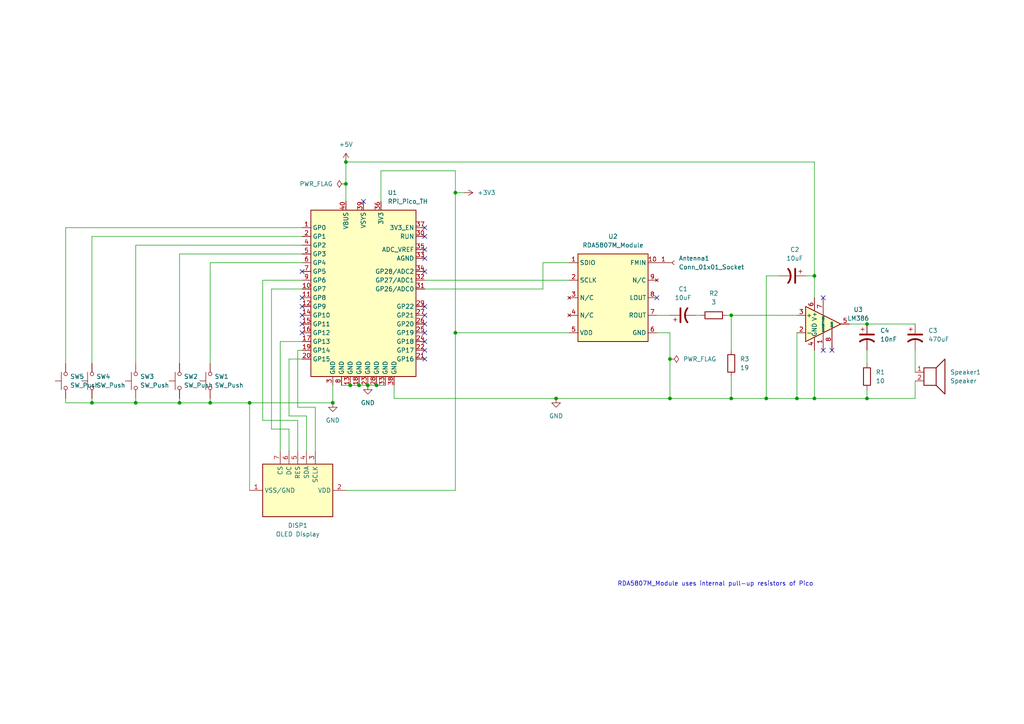
<source format=kicad_sch>
(kicad_sch (version 20230121) (generator eeschema)

  (uuid 79f08fca-67ee-4ccb-8ebb-a45e8b33c769)

  (paper "A4")

  (title_block
    (title "ECE 299 - Radio Clock")
    (date "2023-06-23")
    (rev "0")
  )

  (lib_symbols
    (symbol "Amplifier_Audio:LM386" (pin_names (offset 0.127)) (in_bom yes) (on_board yes)
      (property "Reference" "U" (at 1.27 7.62 0)
        (effects (font (size 1.27 1.27)) (justify left))
      )
      (property "Value" "LM386" (at 1.27 5.08 0)
        (effects (font (size 1.27 1.27)) (justify left))
      )
      (property "Footprint" "" (at 2.54 2.54 0)
        (effects (font (size 1.27 1.27)) hide)
      )
      (property "Datasheet" "http://www.ti.com/lit/ds/symlink/lm386.pdf" (at 5.08 5.08 0)
        (effects (font (size 1.27 1.27)) hide)
      )
      (property "ki_keywords" "single Power opamp" (at 0 0 0)
        (effects (font (size 1.27 1.27)) hide)
      )
      (property "ki_description" "Low Voltage Audio Power Amplifier, DIP-8/SOIC-8/SSOP-8" (at 0 0 0)
        (effects (font (size 1.27 1.27)) hide)
      )
      (property "ki_fp_filters" "SOIC*3.9x4.9mm*P1.27mm* DIP*W7.62mm* MSSOP*P0.65mm* TSSOP*3x3mm*P0.5mm*" (at 0 0 0)
        (effects (font (size 1.27 1.27)) hide)
      )
      (symbol "LM386_0_1"
        (polyline
          (pts
            (xy 5.08 0)
            (xy -5.08 5.08)
            (xy -5.08 -5.08)
            (xy 5.08 0)
          )
          (stroke (width 0.254) (type default))
          (fill (type background))
        )
      )
      (symbol "LM386_1_1"
        (pin input line (at 0 -7.62 90) (length 5.08)
          (name "GAIN" (effects (font (size 0.508 0.508))))
          (number "1" (effects (font (size 1.27 1.27))))
        )
        (pin input line (at -7.62 -2.54 0) (length 2.54)
          (name "-" (effects (font (size 1.27 1.27))))
          (number "2" (effects (font (size 1.27 1.27))))
        )
        (pin input line (at -7.62 2.54 0) (length 2.54)
          (name "+" (effects (font (size 1.27 1.27))))
          (number "3" (effects (font (size 1.27 1.27))))
        )
        (pin power_in line (at -2.54 -7.62 90) (length 3.81)
          (name "GND" (effects (font (size 1.27 1.27))))
          (number "4" (effects (font (size 1.27 1.27))))
        )
        (pin output line (at 7.62 0 180) (length 2.54)
          (name "~" (effects (font (size 1.27 1.27))))
          (number "5" (effects (font (size 1.27 1.27))))
        )
        (pin power_in line (at -2.54 7.62 270) (length 3.81)
          (name "V+" (effects (font (size 1.27 1.27))))
          (number "6" (effects (font (size 1.27 1.27))))
        )
        (pin input line (at 0 7.62 270) (length 5.08)
          (name "BYPASS" (effects (font (size 0.508 0.508))))
          (number "7" (effects (font (size 1.27 1.27))))
        )
        (pin input line (at 2.54 -7.62 90) (length 6.35)
          (name "GAIN" (effects (font (size 0.508 0.508))))
          (number "8" (effects (font (size 1.27 1.27))))
        )
      )
    )
    (symbol "Connector:Conn_01x01_Socket" (pin_names (offset 1.016) hide) (in_bom yes) (on_board yes)
      (property "Reference" "J" (at 0 2.54 0)
        (effects (font (size 1.27 1.27)))
      )
      (property "Value" "Conn_01x01_Socket" (at 0 -2.54 0)
        (effects (font (size 1.27 1.27)))
      )
      (property "Footprint" "" (at 0 0 0)
        (effects (font (size 1.27 1.27)) hide)
      )
      (property "Datasheet" "~" (at 0 0 0)
        (effects (font (size 1.27 1.27)) hide)
      )
      (property "ki_locked" "" (at 0 0 0)
        (effects (font (size 1.27 1.27)))
      )
      (property "ki_keywords" "connector" (at 0 0 0)
        (effects (font (size 1.27 1.27)) hide)
      )
      (property "ki_description" "Generic connector, single row, 01x01, script generated" (at 0 0 0)
        (effects (font (size 1.27 1.27)) hide)
      )
      (property "ki_fp_filters" "Connector*:*_1x??_*" (at 0 0 0)
        (effects (font (size 1.27 1.27)) hide)
      )
      (symbol "Conn_01x01_Socket_1_1"
        (polyline
          (pts
            (xy -1.27 0)
            (xy -0.508 0)
          )
          (stroke (width 0.1524) (type default))
          (fill (type none))
        )
        (arc (start 0 0.508) (mid -0.5058 0) (end 0 -0.508)
          (stroke (width 0.1524) (type default))
          (fill (type none))
        )
        (pin passive line (at -5.08 0 0) (length 3.81)
          (name "Pin_1" (effects (font (size 1.27 1.27))))
          (number "1" (effects (font (size 1.27 1.27))))
        )
      )
    )
    (symbol "Device:C_Polarized_US" (pin_numbers hide) (pin_names (offset 0.254) hide) (in_bom yes) (on_board yes)
      (property "Reference" "C" (at 0.635 2.54 0)
        (effects (font (size 1.27 1.27)) (justify left))
      )
      (property "Value" "C_Polarized_US" (at 0.635 -2.54 0)
        (effects (font (size 1.27 1.27)) (justify left))
      )
      (property "Footprint" "" (at 0 0 0)
        (effects (font (size 1.27 1.27)) hide)
      )
      (property "Datasheet" "~" (at 0 0 0)
        (effects (font (size 1.27 1.27)) hide)
      )
      (property "ki_keywords" "cap capacitor" (at 0 0 0)
        (effects (font (size 1.27 1.27)) hide)
      )
      (property "ki_description" "Polarized capacitor, US symbol" (at 0 0 0)
        (effects (font (size 1.27 1.27)) hide)
      )
      (property "ki_fp_filters" "CP_*" (at 0 0 0)
        (effects (font (size 1.27 1.27)) hide)
      )
      (symbol "C_Polarized_US_0_1"
        (polyline
          (pts
            (xy -2.032 0.762)
            (xy 2.032 0.762)
          )
          (stroke (width 0.508) (type default))
          (fill (type none))
        )
        (polyline
          (pts
            (xy -1.778 2.286)
            (xy -0.762 2.286)
          )
          (stroke (width 0) (type default))
          (fill (type none))
        )
        (polyline
          (pts
            (xy -1.27 1.778)
            (xy -1.27 2.794)
          )
          (stroke (width 0) (type default))
          (fill (type none))
        )
        (arc (start 2.032 -1.27) (mid 0 -0.5572) (end -2.032 -1.27)
          (stroke (width 0.508) (type default))
          (fill (type none))
        )
      )
      (symbol "C_Polarized_US_1_1"
        (pin passive line (at 0 3.81 270) (length 2.794)
          (name "~" (effects (font (size 1.27 1.27))))
          (number "1" (effects (font (size 1.27 1.27))))
        )
        (pin passive line (at 0 -3.81 90) (length 3.302)
          (name "~" (effects (font (size 1.27 1.27))))
          (number "2" (effects (font (size 1.27 1.27))))
        )
      )
    )
    (symbol "Device:R" (pin_numbers hide) (pin_names (offset 0)) (in_bom yes) (on_board yes)
      (property "Reference" "R" (at 2.032 0 90)
        (effects (font (size 1.27 1.27)))
      )
      (property "Value" "R" (at 0 0 90)
        (effects (font (size 1.27 1.27)))
      )
      (property "Footprint" "" (at -1.778 0 90)
        (effects (font (size 1.27 1.27)) hide)
      )
      (property "Datasheet" "~" (at 0 0 0)
        (effects (font (size 1.27 1.27)) hide)
      )
      (property "ki_keywords" "R res resistor" (at 0 0 0)
        (effects (font (size 1.27 1.27)) hide)
      )
      (property "ki_description" "Resistor" (at 0 0 0)
        (effects (font (size 1.27 1.27)) hide)
      )
      (property "ki_fp_filters" "R_*" (at 0 0 0)
        (effects (font (size 1.27 1.27)) hide)
      )
      (symbol "R_0_1"
        (rectangle (start -1.016 -2.54) (end 1.016 2.54)
          (stroke (width 0.254) (type default))
          (fill (type none))
        )
      )
      (symbol "R_1_1"
        (pin passive line (at 0 3.81 270) (length 1.27)
          (name "~" (effects (font (size 1.27 1.27))))
          (number "1" (effects (font (size 1.27 1.27))))
        )
        (pin passive line (at 0 -3.81 90) (length 1.27)
          (name "~" (effects (font (size 1.27 1.27))))
          (number "2" (effects (font (size 1.27 1.27))))
        )
      )
    )
    (symbol "Device:Speaker" (pin_names (offset 0) hide) (in_bom yes) (on_board yes)
      (property "Reference" "LS" (at 1.27 5.715 0)
        (effects (font (size 1.27 1.27)) (justify right))
      )
      (property "Value" "Speaker" (at 1.27 3.81 0)
        (effects (font (size 1.27 1.27)) (justify right))
      )
      (property "Footprint" "" (at 0 -5.08 0)
        (effects (font (size 1.27 1.27)) hide)
      )
      (property "Datasheet" "~" (at -0.254 -1.27 0)
        (effects (font (size 1.27 1.27)) hide)
      )
      (property "ki_keywords" "speaker sound" (at 0 0 0)
        (effects (font (size 1.27 1.27)) hide)
      )
      (property "ki_description" "Speaker" (at 0 0 0)
        (effects (font (size 1.27 1.27)) hide)
      )
      (symbol "Speaker_0_0"
        (rectangle (start -2.54 1.27) (end 1.016 -3.81)
          (stroke (width 0.254) (type default))
          (fill (type none))
        )
        (polyline
          (pts
            (xy 1.016 1.27)
            (xy 3.556 3.81)
            (xy 3.556 -6.35)
            (xy 1.016 -3.81)
          )
          (stroke (width 0.254) (type default))
          (fill (type none))
        )
      )
      (symbol "Speaker_1_1"
        (pin input line (at -5.08 0 0) (length 2.54)
          (name "1" (effects (font (size 1.27 1.27))))
          (number "1" (effects (font (size 1.27 1.27))))
        )
        (pin input line (at -5.08 -2.54 0) (length 2.54)
          (name "2" (effects (font (size 1.27 1.27))))
          (number "2" (effects (font (size 1.27 1.27))))
        )
      )
    )
    (symbol "ECE:OLED Display" (in_bom yes) (on_board yes)
      (property "Reference" "DISP?" (at 8.89 -1.27 0)
        (effects (font (size 1.27 1.27)) (justify left))
      )
      (property "Value" "OLED Display" (at 8.89 1.27 0)
        (effects (font (size 1.27 1.27)) (justify left))
      )
      (property "Footprint" "" (at 0 0 0)
        (effects (font (size 1.27 1.27)) hide)
      )
      (property "Datasheet" "" (at 0 0 0)
        (effects (font (size 1.27 1.27)) hide)
      )
      (symbol "OLED Display_1_1"
        (rectangle (start -7.62 10.16) (end 7.62 -10.16)
          (stroke (width 0.254) (type default))
          (fill (type background))
        )
        (pin power_in line (at 0 -13.97 90) (length 3.81)
          (name "VSS/GND" (effects (font (size 1.27 1.27))))
          (number "1" (effects (font (size 1.27 1.27))))
        )
        (pin power_in line (at 0 13.97 270) (length 3.81)
          (name "VDD" (effects (font (size 1.27 1.27))))
          (number "2" (effects (font (size 1.27 1.27))))
        )
        (pin input line (at -11.43 5.08 0) (length 3.81)
          (name "SCLK" (effects (font (size 1.27 1.27))))
          (number "3" (effects (font (size 1.27 1.27))))
        )
        (pin output line (at -11.43 2.54 0) (length 3.81)
          (name "SDA" (effects (font (size 1.27 1.27))))
          (number "4" (effects (font (size 1.27 1.27))))
        )
        (pin input line (at -11.43 0 0) (length 3.81)
          (name "RES" (effects (font (size 1.27 1.27))))
          (number "5" (effects (font (size 1.27 1.27))))
        )
        (pin input line (at -11.43 -2.54 0) (length 3.81)
          (name "DC" (effects (font (size 1.27 1.27))))
          (number "6" (effects (font (size 1.27 1.27))))
        )
        (pin input line (at -11.43 -5.08 0) (length 3.81)
          (name "CS" (effects (font (size 1.27 1.27))))
          (number "7" (effects (font (size 1.27 1.27))))
        )
      )
    )
    (symbol "ECE:RDA5807M_Module" (in_bom yes) (on_board yes)
      (property "Reference" "U" (at -8.89 16.51 0)
        (effects (font (size 1.27 1.27)) (justify left))
      )
      (property "Value" "RDA5807M_Module" (at -8.89 13.97 0)
        (effects (font (size 1.27 1.27)) (justify left))
      )
      (property "Footprint" "ECE:RDA5807M_Module_TH" (at 0 1.27 0)
        (effects (font (size 1.27 1.27)) hide)
      )
      (property "Datasheet" "" (at 0 1.27 0)
        (effects (font (size 1.27 1.27)) hide)
      )
      (property "ki_fp_filters" "RDA5807M_Module_SM RDA5807M_Module_TH" (at 0 0 0)
        (effects (font (size 1.27 1.27)) hide)
      )
      (symbol "RDA5807M_Module_0_1"
        (rectangle (start -10.16 12.7) (end 10.16 -12.7)
          (stroke (width 0.254) (type default))
          (fill (type background))
        )
      )
      (symbol "RDA5807M_Module_1_1"
        (pin bidirectional line (at -12.7 10.16 0) (length 2.54)
          (name "SDIO" (effects (font (size 1.27 1.27))))
          (number "1" (effects (font (size 1.27 1.27))))
        )
        (pin input line (at 12.7 10.16 180) (length 2.54)
          (name "FMIN" (effects (font (size 1.27 1.27))))
          (number "10" (effects (font (size 1.27 1.27))))
        )
        (pin input line (at -12.7 5.08 0) (length 2.54)
          (name "SCLK" (effects (font (size 1.27 1.27))))
          (number "2" (effects (font (size 1.27 1.27))))
        )
        (pin no_connect line (at -12.7 0 0) (length 2.54)
          (name "N/C" (effects (font (size 1.27 1.27))))
          (number "3" (effects (font (size 1.27 1.27))))
        )
        (pin no_connect line (at -12.7 -5.08 0) (length 2.54)
          (name "N/C" (effects (font (size 1.27 1.27))))
          (number "4" (effects (font (size 1.27 1.27))))
        )
        (pin power_in line (at -12.7 -10.16 0) (length 2.54)
          (name "VDD" (effects (font (size 1.27 1.27))))
          (number "5" (effects (font (size 1.27 1.27))))
        )
        (pin power_in line (at 12.7 -10.16 180) (length 2.54)
          (name "GND" (effects (font (size 1.27 1.27))))
          (number "6" (effects (font (size 1.27 1.27))))
        )
        (pin output line (at 12.7 -5.08 180) (length 2.54)
          (name "ROUT" (effects (font (size 1.27 1.27))))
          (number "7" (effects (font (size 1.27 1.27))))
        )
        (pin output line (at 12.7 0 180) (length 2.54)
          (name "LOUT" (effects (font (size 1.27 1.27))))
          (number "8" (effects (font (size 1.27 1.27))))
        )
        (pin no_connect line (at 12.7 5.08 180) (length 2.54)
          (name "N/C" (effects (font (size 1.27 1.27))))
          (number "9" (effects (font (size 1.27 1.27))))
        )
      )
    )
    (symbol "ECE:RPi_Pico_TH" (in_bom yes) (on_board yes)
      (property "Reference" "U?" (at 0 1.27 0)
        (effects (font (size 1.27 1.27)))
      )
      (property "Value" "RPi_Pico_TH" (at 0 -1.27 0)
        (effects (font (size 1.27 1.27)))
      )
      (property "Footprint" "ECE:RPi_Pico_TH" (at 0 -3.81 0)
        (effects (font (size 1.27 1.27)) hide)
      )
      (property "Datasheet" "" (at 0 -2.54 0)
        (effects (font (size 1.27 1.27)) hide)
      )
      (property "ki_keywords" "Raspberry Pi Pico" (at 0 0 0)
        (effects (font (size 1.27 1.27)) hide)
      )
      (property "ki_description" "Raspberry Pi Pico" (at 0 0 0)
        (effects (font (size 1.27 1.27)) hide)
      )
      (symbol "RPi_Pico_TH_0_1"
        (rectangle (start -15.24 24.13) (end 15.24 -24.13)
          (stroke (width 0.254) (type default))
          (fill (type background))
        )
      )
      (symbol "RPi_Pico_TH_1_1"
        (pin bidirectional line (at -17.78 19.05 0) (length 2.54)
          (name "GP0" (effects (font (size 1.27 1.27))))
          (number "1" (effects (font (size 1.27 1.27))))
        )
        (pin bidirectional line (at -17.78 1.27 0) (length 2.54)
          (name "GP7" (effects (font (size 1.27 1.27))))
          (number "10" (effects (font (size 1.27 1.27))))
        )
        (pin bidirectional line (at -17.78 -1.27 0) (length 2.54)
          (name "GP8" (effects (font (size 1.27 1.27))))
          (number "11" (effects (font (size 1.27 1.27))))
        )
        (pin bidirectional line (at -17.78 -3.81 0) (length 2.54)
          (name "GP9" (effects (font (size 1.27 1.27))))
          (number "12" (effects (font (size 1.27 1.27))))
        )
        (pin power_in line (at -3.81 -26.67 90) (length 2.54)
          (name "GND" (effects (font (size 1.27 1.27))))
          (number "13" (effects (font (size 1.27 1.27))))
        )
        (pin bidirectional line (at -17.78 -6.35 0) (length 2.54)
          (name "GP10" (effects (font (size 1.27 1.27))))
          (number "14" (effects (font (size 1.27 1.27))))
        )
        (pin bidirectional line (at -17.78 -8.89 0) (length 2.54)
          (name "GP11" (effects (font (size 1.27 1.27))))
          (number "15" (effects (font (size 1.27 1.27))))
        )
        (pin bidirectional line (at -17.78 -11.43 0) (length 2.54)
          (name "GP12" (effects (font (size 1.27 1.27))))
          (number "16" (effects (font (size 1.27 1.27))))
        )
        (pin bidirectional line (at -17.78 -13.97 0) (length 2.54)
          (name "GP13" (effects (font (size 1.27 1.27))))
          (number "17" (effects (font (size 1.27 1.27))))
        )
        (pin power_in line (at -1.27 -26.67 90) (length 2.54)
          (name "GND" (effects (font (size 1.27 1.27))))
          (number "18" (effects (font (size 1.27 1.27))))
        )
        (pin bidirectional line (at -17.78 -16.51 0) (length 2.54)
          (name "GP14" (effects (font (size 1.27 1.27))))
          (number "19" (effects (font (size 1.27 1.27))))
        )
        (pin bidirectional line (at -17.78 16.51 0) (length 2.54)
          (name "GP1" (effects (font (size 1.27 1.27))))
          (number "2" (effects (font (size 1.27 1.27))))
        )
        (pin bidirectional line (at -17.78 -19.05 0) (length 2.54)
          (name "GP15" (effects (font (size 1.27 1.27))))
          (number "20" (effects (font (size 1.27 1.27))))
        )
        (pin bidirectional line (at 17.78 -19.05 180) (length 2.54)
          (name "GP16" (effects (font (size 1.27 1.27))))
          (number "21" (effects (font (size 1.27 1.27))))
        )
        (pin bidirectional line (at 17.78 -16.51 180) (length 2.54)
          (name "GP17" (effects (font (size 1.27 1.27))))
          (number "22" (effects (font (size 1.27 1.27))))
        )
        (pin power_in line (at 1.27 -26.67 90) (length 2.54)
          (name "GND" (effects (font (size 1.27 1.27))))
          (number "23" (effects (font (size 1.27 1.27))))
        )
        (pin bidirectional line (at 17.78 -13.97 180) (length 2.54)
          (name "GP18" (effects (font (size 1.27 1.27))))
          (number "24" (effects (font (size 1.27 1.27))))
        )
        (pin bidirectional line (at 17.78 -11.43 180) (length 2.54)
          (name "GP19" (effects (font (size 1.27 1.27))))
          (number "25" (effects (font (size 1.27 1.27))))
        )
        (pin bidirectional line (at 17.78 -8.89 180) (length 2.54)
          (name "GP20" (effects (font (size 1.27 1.27))))
          (number "26" (effects (font (size 1.27 1.27))))
        )
        (pin bidirectional line (at 17.78 -6.35 180) (length 2.54)
          (name "GP21" (effects (font (size 1.27 1.27))))
          (number "27" (effects (font (size 1.27 1.27))))
        )
        (pin power_in line (at 3.81 -26.67 90) (length 2.54)
          (name "GND" (effects (font (size 1.27 1.27))))
          (number "28" (effects (font (size 1.27 1.27))))
        )
        (pin bidirectional line (at 17.78 -3.81 180) (length 2.54)
          (name "GP22" (effects (font (size 1.27 1.27))))
          (number "29" (effects (font (size 1.27 1.27))))
        )
        (pin power_in line (at -8.89 -26.67 90) (length 2.54)
          (name "GND" (effects (font (size 1.27 1.27))))
          (number "3" (effects (font (size 1.27 1.27))))
        )
        (pin input line (at 17.78 16.51 180) (length 2.54)
          (name "RUN" (effects (font (size 1.27 1.27))))
          (number "30" (effects (font (size 1.27 1.27))))
        )
        (pin bidirectional line (at 17.78 1.27 180) (length 2.54)
          (name "GP26/ADC0" (effects (font (size 1.27 1.27))))
          (number "31" (effects (font (size 1.27 1.27))))
        )
        (pin bidirectional line (at 17.78 3.81 180) (length 2.54)
          (name "GP27/ADC1" (effects (font (size 1.27 1.27))))
          (number "32" (effects (font (size 1.27 1.27))))
        )
        (pin power_in line (at 17.78 10.16 180) (length 2.54)
          (name "AGND" (effects (font (size 1.27 1.27))))
          (number "33" (effects (font (size 1.27 1.27))))
        )
        (pin power_in line (at 6.35 -26.67 90) (length 2.54)
          (name "GND" (effects (font (size 1.27 1.27))))
          (number "33" (effects (font (size 1.27 1.27))))
        )
        (pin bidirectional line (at 17.78 6.35 180) (length 2.54)
          (name "GP28/ADC2" (effects (font (size 1.27 1.27))))
          (number "34" (effects (font (size 1.27 1.27))))
        )
        (pin power_in line (at 17.78 12.7 180) (length 2.54)
          (name "ADC_VREF" (effects (font (size 1.27 1.27))))
          (number "35" (effects (font (size 1.27 1.27))))
        )
        (pin power_out line (at 5.08 26.67 270) (length 2.54)
          (name "3V3" (effects (font (size 1.27 1.27))))
          (number "36" (effects (font (size 1.27 1.27))))
        )
        (pin input line (at 17.78 19.05 180) (length 2.54)
          (name "3V3_EN" (effects (font (size 1.27 1.27))))
          (number "37" (effects (font (size 1.27 1.27))))
        )
        (pin power_in line (at 8.89 -26.67 90) (length 2.54)
          (name "GND" (effects (font (size 1.27 1.27))))
          (number "38" (effects (font (size 1.27 1.27))))
        )
        (pin power_out line (at 0 26.67 270) (length 2.54)
          (name "VSYS" (effects (font (size 1.27 1.27))))
          (number "39" (effects (font (size 1.27 1.27))))
        )
        (pin bidirectional line (at -17.78 13.97 0) (length 2.54)
          (name "GP2" (effects (font (size 1.27 1.27))))
          (number "4" (effects (font (size 1.27 1.27))))
        )
        (pin power_in line (at -5.08 26.67 270) (length 2.54)
          (name "VBUS" (effects (font (size 1.27 1.27))))
          (number "40" (effects (font (size 1.27 1.27))))
        )
        (pin bidirectional line (at -17.78 11.43 0) (length 2.54)
          (name "GP3" (effects (font (size 1.27 1.27))))
          (number "5" (effects (font (size 1.27 1.27))))
        )
        (pin bidirectional line (at -17.78 8.89 0) (length 2.54)
          (name "GP4" (effects (font (size 1.27 1.27))))
          (number "6" (effects (font (size 1.27 1.27))))
        )
        (pin bidirectional line (at -17.78 6.35 0) (length 2.54)
          (name "GP5" (effects (font (size 1.27 1.27))))
          (number "7" (effects (font (size 1.27 1.27))))
        )
        (pin power_in line (at -6.35 -26.67 90) (length 2.54)
          (name "GND" (effects (font (size 1.27 1.27))))
          (number "8" (effects (font (size 1.27 1.27))))
        )
        (pin bidirectional line (at -17.78 3.81 0) (length 2.54)
          (name "GP6" (effects (font (size 1.27 1.27))))
          (number "9" (effects (font (size 1.27 1.27))))
        )
      )
    )
    (symbol "Switch:SW_Push" (pin_numbers hide) (pin_names (offset 1.016) hide) (in_bom yes) (on_board yes)
      (property "Reference" "SW" (at 1.27 2.54 0)
        (effects (font (size 1.27 1.27)) (justify left))
      )
      (property "Value" "SW_Push" (at 0 -1.524 0)
        (effects (font (size 1.27 1.27)))
      )
      (property "Footprint" "" (at 0 5.08 0)
        (effects (font (size 1.27 1.27)) hide)
      )
      (property "Datasheet" "~" (at 0 5.08 0)
        (effects (font (size 1.27 1.27)) hide)
      )
      (property "ki_keywords" "switch normally-open pushbutton push-button" (at 0 0 0)
        (effects (font (size 1.27 1.27)) hide)
      )
      (property "ki_description" "Push button switch, generic, two pins" (at 0 0 0)
        (effects (font (size 1.27 1.27)) hide)
      )
      (symbol "SW_Push_0_1"
        (circle (center -2.032 0) (radius 0.508)
          (stroke (width 0) (type default))
          (fill (type none))
        )
        (polyline
          (pts
            (xy 0 1.27)
            (xy 0 3.048)
          )
          (stroke (width 0) (type default))
          (fill (type none))
        )
        (polyline
          (pts
            (xy 2.54 1.27)
            (xy -2.54 1.27)
          )
          (stroke (width 0) (type default))
          (fill (type none))
        )
        (circle (center 2.032 0) (radius 0.508)
          (stroke (width 0) (type default))
          (fill (type none))
        )
        (pin passive line (at -5.08 0 0) (length 2.54)
          (name "1" (effects (font (size 1.27 1.27))))
          (number "1" (effects (font (size 1.27 1.27))))
        )
        (pin passive line (at 5.08 0 180) (length 2.54)
          (name "2" (effects (font (size 1.27 1.27))))
          (number "2" (effects (font (size 1.27 1.27))))
        )
      )
    )
    (symbol "power:+3V3" (power) (pin_names (offset 0)) (in_bom yes) (on_board yes)
      (property "Reference" "#PWR" (at 0 -3.81 0)
        (effects (font (size 1.27 1.27)) hide)
      )
      (property "Value" "+3V3" (at 0 3.556 0)
        (effects (font (size 1.27 1.27)))
      )
      (property "Footprint" "" (at 0 0 0)
        (effects (font (size 1.27 1.27)) hide)
      )
      (property "Datasheet" "" (at 0 0 0)
        (effects (font (size 1.27 1.27)) hide)
      )
      (property "ki_keywords" "global power" (at 0 0 0)
        (effects (font (size 1.27 1.27)) hide)
      )
      (property "ki_description" "Power symbol creates a global label with name \"+3V3\"" (at 0 0 0)
        (effects (font (size 1.27 1.27)) hide)
      )
      (symbol "+3V3_0_1"
        (polyline
          (pts
            (xy -0.762 1.27)
            (xy 0 2.54)
          )
          (stroke (width 0) (type default))
          (fill (type none))
        )
        (polyline
          (pts
            (xy 0 0)
            (xy 0 2.54)
          )
          (stroke (width 0) (type default))
          (fill (type none))
        )
        (polyline
          (pts
            (xy 0 2.54)
            (xy 0.762 1.27)
          )
          (stroke (width 0) (type default))
          (fill (type none))
        )
      )
      (symbol "+3V3_1_1"
        (pin power_in line (at 0 0 90) (length 0) hide
          (name "+3V3" (effects (font (size 1.27 1.27))))
          (number "1" (effects (font (size 1.27 1.27))))
        )
      )
    )
    (symbol "power:+5V" (power) (pin_names (offset 0)) (in_bom yes) (on_board yes)
      (property "Reference" "#PWR" (at 0 -3.81 0)
        (effects (font (size 1.27 1.27)) hide)
      )
      (property "Value" "+5V" (at 0 3.556 0)
        (effects (font (size 1.27 1.27)))
      )
      (property "Footprint" "" (at 0 0 0)
        (effects (font (size 1.27 1.27)) hide)
      )
      (property "Datasheet" "" (at 0 0 0)
        (effects (font (size 1.27 1.27)) hide)
      )
      (property "ki_keywords" "global power" (at 0 0 0)
        (effects (font (size 1.27 1.27)) hide)
      )
      (property "ki_description" "Power symbol creates a global label with name \"+5V\"" (at 0 0 0)
        (effects (font (size 1.27 1.27)) hide)
      )
      (symbol "+5V_0_1"
        (polyline
          (pts
            (xy -0.762 1.27)
            (xy 0 2.54)
          )
          (stroke (width 0) (type default))
          (fill (type none))
        )
        (polyline
          (pts
            (xy 0 0)
            (xy 0 2.54)
          )
          (stroke (width 0) (type default))
          (fill (type none))
        )
        (polyline
          (pts
            (xy 0 2.54)
            (xy 0.762 1.27)
          )
          (stroke (width 0) (type default))
          (fill (type none))
        )
      )
      (symbol "+5V_1_1"
        (pin power_in line (at 0 0 90) (length 0) hide
          (name "+5V" (effects (font (size 1.27 1.27))))
          (number "1" (effects (font (size 1.27 1.27))))
        )
      )
    )
    (symbol "power:GND" (power) (pin_names (offset 0)) (in_bom yes) (on_board yes)
      (property "Reference" "#PWR" (at 0 -6.35 0)
        (effects (font (size 1.27 1.27)) hide)
      )
      (property "Value" "GND" (at 0 -3.81 0)
        (effects (font (size 1.27 1.27)))
      )
      (property "Footprint" "" (at 0 0 0)
        (effects (font (size 1.27 1.27)) hide)
      )
      (property "Datasheet" "" (at 0 0 0)
        (effects (font (size 1.27 1.27)) hide)
      )
      (property "ki_keywords" "global power" (at 0 0 0)
        (effects (font (size 1.27 1.27)) hide)
      )
      (property "ki_description" "Power symbol creates a global label with name \"GND\" , ground" (at 0 0 0)
        (effects (font (size 1.27 1.27)) hide)
      )
      (symbol "GND_0_1"
        (polyline
          (pts
            (xy 0 0)
            (xy 0 -1.27)
            (xy 1.27 -1.27)
            (xy 0 -2.54)
            (xy -1.27 -1.27)
            (xy 0 -1.27)
          )
          (stroke (width 0) (type default))
          (fill (type none))
        )
      )
      (symbol "GND_1_1"
        (pin power_in line (at 0 0 270) (length 0) hide
          (name "GND" (effects (font (size 1.27 1.27))))
          (number "1" (effects (font (size 1.27 1.27))))
        )
      )
    )
    (symbol "power:PWR_FLAG" (power) (pin_numbers hide) (pin_names (offset 0) hide) (in_bom yes) (on_board yes)
      (property "Reference" "#FLG" (at 0 1.905 0)
        (effects (font (size 1.27 1.27)) hide)
      )
      (property "Value" "PWR_FLAG" (at 0 3.81 0)
        (effects (font (size 1.27 1.27)))
      )
      (property "Footprint" "" (at 0 0 0)
        (effects (font (size 1.27 1.27)) hide)
      )
      (property "Datasheet" "~" (at 0 0 0)
        (effects (font (size 1.27 1.27)) hide)
      )
      (property "ki_keywords" "flag power" (at 0 0 0)
        (effects (font (size 1.27 1.27)) hide)
      )
      (property "ki_description" "Special symbol for telling ERC where power comes from" (at 0 0 0)
        (effects (font (size 1.27 1.27)) hide)
      )
      (symbol "PWR_FLAG_0_0"
        (pin power_out line (at 0 0 90) (length 0)
          (name "pwr" (effects (font (size 1.27 1.27))))
          (number "1" (effects (font (size 1.27 1.27))))
        )
      )
      (symbol "PWR_FLAG_0_1"
        (polyline
          (pts
            (xy 0 0)
            (xy 0 1.27)
            (xy -1.016 1.905)
            (xy 0 2.54)
            (xy 1.016 1.905)
            (xy 0 1.27)
          )
          (stroke (width 0) (type default))
          (fill (type none))
        )
      )
    )
  )

  (junction (at 100.33 46.99) (diameter 0) (color 0 0 0 0)
    (uuid 14c7d7be-46d0-43dc-ba87-080a52cde7a1)
  )
  (junction (at 106.68 111.76) (diameter 0) (color 0 0 0 0)
    (uuid 2025a8d6-f3b9-4a91-b35f-f8b117d8b134)
  )
  (junction (at 231.14 115.57) (diameter 0) (color 0 0 0 0)
    (uuid 21d9a477-a6f0-4406-8d8c-1f857a40fd8b)
  )
  (junction (at 194.31 104.14) (diameter 0) (color 0 0 0 0)
    (uuid 28297776-1b5a-42ce-bfcf-dfc1a088a3e0)
  )
  (junction (at 251.46 115.57) (diameter 0) (color 0 0 0 0)
    (uuid 34af0363-df36-4885-b68d-f35f797f0af2)
  )
  (junction (at 194.31 115.57) (diameter 0) (color 0 0 0 0)
    (uuid 421fc1b0-502d-48b7-b8e1-6bc4606d3077)
  )
  (junction (at 104.14 111.76) (diameter 0) (color 0 0 0 0)
    (uuid 43c28965-b62e-454a-8137-c7268dc42cf3)
  )
  (junction (at 96.52 116.84) (diameter 0) (color 0 0 0 0)
    (uuid 496fc8de-4e9d-4b15-8900-00d974dca445)
  )
  (junction (at 236.22 115.57) (diameter 0) (color 0 0 0 0)
    (uuid 4bfa8f0c-8a87-4c39-9faa-83a02a99cb08)
  )
  (junction (at 222.25 115.57) (diameter 0) (color 0 0 0 0)
    (uuid 60994ecf-118e-4dff-b2cb-a41b4afe703f)
  )
  (junction (at 52.07 116.84) (diameter 0) (color 0 0 0 0)
    (uuid 68cfba75-0315-47af-8622-bf8d2135502b)
  )
  (junction (at 100.33 53.34) (diameter 0) (color 0 0 0 0)
    (uuid 6c35ef63-5571-49d3-bca7-cbe7d145ae59)
  )
  (junction (at 109.22 111.76) (diameter 0) (color 0 0 0 0)
    (uuid 6f9e21b9-e3b2-458d-ac92-90502d3897ab)
  )
  (junction (at 236.22 80.01) (diameter 0) (color 0 0 0 0)
    (uuid 771c2a74-0e65-4555-a84c-2704f74c9270)
  )
  (junction (at 161.29 115.57) (diameter 0) (color 0 0 0 0)
    (uuid a2404ef6-99db-4629-8cc8-51bbb4dd2db3)
  )
  (junction (at 132.08 96.52) (diameter 0) (color 0 0 0 0)
    (uuid a8a82860-1cde-47e5-9d55-989c944f70e2)
  )
  (junction (at 251.46 93.98) (diameter 0) (color 0 0 0 0)
    (uuid b185c53c-e4b5-4946-adf7-f74d2937026e)
  )
  (junction (at 39.37 116.84) (diameter 0) (color 0 0 0 0)
    (uuid b356992a-cac9-4fb2-a9ab-0c4c6d517515)
  )
  (junction (at 101.6 111.76) (diameter 0) (color 0 0 0 0)
    (uuid ba7fbaff-8e8a-4050-86cc-5129d2ebd0e1)
  )
  (junction (at 132.08 55.88) (diameter 0) (color 0 0 0 0)
    (uuid bd087e46-e5a7-4481-ab20-eb313e4b67bb)
  )
  (junction (at 60.96 116.84) (diameter 0) (color 0 0 0 0)
    (uuid c07160d5-c840-4a5d-922d-fc293e2517aa)
  )
  (junction (at 26.67 116.84) (diameter 0) (color 0 0 0 0)
    (uuid c2c5edf9-2523-48df-8746-4fca17bc43bf)
  )
  (junction (at 72.39 116.84) (diameter 0) (color 0 0 0 0)
    (uuid ca280a07-16ea-4c55-ad03-3bcfcee1060d)
  )
  (junction (at 212.09 115.57) (diameter 0) (color 0 0 0 0)
    (uuid ceab6865-2fd2-484d-ab58-5bc7c7ffc2d5)
  )
  (junction (at 212.09 91.44) (diameter 0) (color 0 0 0 0)
    (uuid d0a1a14a-58e7-435d-b9f6-60b5c56ca70e)
  )

  (no_connect (at 123.19 93.98) (uuid 1edf735d-0248-4ba3-8f2e-4cb4ffa07dcf))
  (no_connect (at 87.63 86.36) (uuid 20c8af18-e2d6-43c4-b70f-9b3014802e44))
  (no_connect (at 123.19 78.74) (uuid 381d3fd9-ada5-4376-aad8-78b6a46658ef))
  (no_connect (at 123.19 88.9) (uuid 39a599c1-9b16-4127-a0b5-261328892b55))
  (no_connect (at 123.19 104.14) (uuid 41e5e19b-b3a4-4ac3-88e9-93bff2765cae))
  (no_connect (at 87.63 78.74) (uuid 4957477f-d6bf-436c-b986-6d0fec2386eb))
  (no_connect (at 123.19 74.93) (uuid 4d8bb1a7-24b6-47c9-893e-ecbded221b5a))
  (no_connect (at 123.19 96.52) (uuid 4e6ddd21-752b-48d2-b08b-f56f39201fa1))
  (no_connect (at 87.63 88.9) (uuid 5083b1d9-7cbc-4251-a488-2eed18c460d7))
  (no_connect (at 123.19 99.06) (uuid 55518ca4-df59-4f39-953c-f64679b474d7))
  (no_connect (at 123.19 68.58) (uuid 7e0dccb5-1d47-459c-bcdb-5504d094df44))
  (no_connect (at 238.76 101.6) (uuid 7e2707cd-ee9d-4a9f-ac42-7754c30a9f60))
  (no_connect (at 238.76 86.36) (uuid 809ef8ce-f548-43bd-9229-32c1b6865960))
  (no_connect (at 123.19 91.44) (uuid 8b36d902-4bbb-4d17-bd74-85d606aa18ca))
  (no_connect (at 123.19 101.6) (uuid 8dcb1194-d700-48c1-92a5-c5fea20760e6))
  (no_connect (at 87.63 93.98) (uuid 903dd9fd-3d21-4092-a6e7-6ab242524628))
  (no_connect (at 87.63 96.52) (uuid 98990247-490c-40f6-b771-fcf181771127))
  (no_connect (at 123.19 66.04) (uuid b71e967b-ddb6-4a20-96b3-bea5a1442c0f))
  (no_connect (at 123.19 72.39) (uuid bb3ad625-7354-4be8-8e56-5c09d2891a0d))
  (no_connect (at 241.3 101.6) (uuid c54143d6-f2aa-4c3f-97b9-c18f567b31f7))
  (no_connect (at 105.41 58.42) (uuid dd2d9ca4-b1c8-4f0e-b5d6-d77186b09c87))
  (no_connect (at 190.5 86.36) (uuid e58eb4f4-eae2-45e1-8c99-1f1cbc42dd51))
  (no_connect (at 87.63 91.44) (uuid f5eb13a2-cd87-4a35-b136-995e5c3dfe7f))

  (wire (pts (xy 76.2 81.28) (xy 87.63 81.28))
    (stroke (width 0) (type default))
    (uuid 01cb3b2f-c38c-4080-96a6-d1eeb9a07750)
  )
  (wire (pts (xy 190.5 96.52) (xy 194.31 96.52))
    (stroke (width 0) (type default))
    (uuid 0217ef83-f0e7-48a9-b96d-39acfa070a14)
  )
  (wire (pts (xy 26.67 116.84) (xy 26.67 115.57))
    (stroke (width 0) (type default))
    (uuid 064b7a1c-4cb2-4012-847e-77c44ce03690)
  )
  (wire (pts (xy 26.67 68.58) (xy 26.67 105.41))
    (stroke (width 0) (type default))
    (uuid 080017ad-8654-431f-bd0a-c0078498b52c)
  )
  (wire (pts (xy 72.39 116.84) (xy 72.39 142.24))
    (stroke (width 0) (type default))
    (uuid 0a6f2526-059a-484d-a9e1-37fc12ddb1ff)
  )
  (wire (pts (xy 19.05 115.57) (xy 19.05 116.84))
    (stroke (width 0) (type default))
    (uuid 0cbacca5-c8db-44e4-9b99-c3abf401fa08)
  )
  (wire (pts (xy 201.93 91.44) (xy 203.2 91.44))
    (stroke (width 0) (type default))
    (uuid 0d447e30-2174-438e-bcdf-75b1a06ac784)
  )
  (wire (pts (xy 132.08 142.24) (xy 132.08 96.52))
    (stroke (width 0) (type default))
    (uuid 0db7e359-9873-4628-b341-7ab132a5c66a)
  )
  (wire (pts (xy 87.63 71.12) (xy 39.37 71.12))
    (stroke (width 0) (type default))
    (uuid 11302659-66c4-4eaf-b22f-9dc9793c8439)
  )
  (wire (pts (xy 60.96 76.2) (xy 60.96 105.41))
    (stroke (width 0) (type default))
    (uuid 12512312-319f-47b7-856c-9cbf58f1ffac)
  )
  (wire (pts (xy 222.25 80.01) (xy 226.06 80.01))
    (stroke (width 0) (type default))
    (uuid 1829c6d6-08bb-43eb-8df2-24313fdaab37)
  )
  (wire (pts (xy 86.36 118.11) (xy 86.36 101.6))
    (stroke (width 0) (type default))
    (uuid 18e6acd5-9b3c-4f71-9bab-2ed83cb4ddfe)
  )
  (wire (pts (xy 60.96 76.2) (xy 87.63 76.2))
    (stroke (width 0) (type default))
    (uuid 1ade92fe-4c1e-488e-b581-55f67c9caad6)
  )
  (wire (pts (xy 132.08 49.53) (xy 132.08 55.88))
    (stroke (width 0) (type default))
    (uuid 1c8fe54c-dbfe-4c54-993b-0c5d3f826a08)
  )
  (wire (pts (xy 265.43 110.49) (xy 265.43 115.57))
    (stroke (width 0) (type default))
    (uuid 2643c784-3f84-43f1-a244-af0d2456c02c)
  )
  (wire (pts (xy 190.5 91.44) (xy 194.31 91.44))
    (stroke (width 0) (type default))
    (uuid 2b4d308d-ae76-4818-8693-f10923f7d773)
  )
  (wire (pts (xy 83.82 124.46) (xy 78.74 124.46))
    (stroke (width 0) (type default))
    (uuid 2e473d59-b172-43ba-8d8d-16ff43730124)
  )
  (wire (pts (xy 60.96 115.57) (xy 60.96 116.84))
    (stroke (width 0) (type default))
    (uuid 33c7741e-cfcc-4742-8cc8-b7dfd806e7d5)
  )
  (wire (pts (xy 251.46 93.98) (xy 265.43 93.98))
    (stroke (width 0) (type default))
    (uuid 3496156a-b8a2-4904-9410-bb1be73725ec)
  )
  (wire (pts (xy 236.22 115.57) (xy 251.46 115.57))
    (stroke (width 0) (type default))
    (uuid 35caae36-e504-439a-8ec7-fd44c1926852)
  )
  (wire (pts (xy 78.74 83.82) (xy 87.63 83.82))
    (stroke (width 0) (type default))
    (uuid 35f3a5e8-ee15-4c22-9088-fe2877317b6f)
  )
  (wire (pts (xy 100.33 46.99) (xy 236.22 46.99))
    (stroke (width 0) (type default))
    (uuid 37e5fbfd-6ec7-44bf-bf2e-082158453960)
  )
  (wire (pts (xy 212.09 91.44) (xy 212.09 101.6))
    (stroke (width 0) (type default))
    (uuid 45e1c9eb-9e2a-424f-9c5a-1fde80f5ad50)
  )
  (wire (pts (xy 123.19 81.28) (xy 165.1 81.28))
    (stroke (width 0) (type default))
    (uuid 460b4e9f-0193-47fd-93a9-a500fcb6102c)
  )
  (wire (pts (xy 114.3 115.57) (xy 161.29 115.57))
    (stroke (width 0) (type default))
    (uuid 4969476a-fd37-4312-b51a-ec30b3e15a18)
  )
  (wire (pts (xy 81.28 99.06) (xy 81.28 130.81))
    (stroke (width 0) (type default))
    (uuid 49ab1d21-2385-4128-8044-24e59ab1af31)
  )
  (wire (pts (xy 132.08 55.88) (xy 134.62 55.88))
    (stroke (width 0) (type default))
    (uuid 4e2b3190-5a74-461c-b7c6-3a7ea45c186d)
  )
  (wire (pts (xy 114.3 111.76) (xy 114.3 115.57))
    (stroke (width 0) (type default))
    (uuid 549037ba-01e0-4a93-821a-b710b65c6023)
  )
  (wire (pts (xy 161.29 115.57) (xy 194.31 115.57))
    (stroke (width 0) (type default))
    (uuid 5551ac93-0aaa-44d7-85c7-cdf6923eaa25)
  )
  (wire (pts (xy 132.08 96.52) (xy 165.1 96.52))
    (stroke (width 0) (type default))
    (uuid 55dc5965-078a-4690-8458-b06150790024)
  )
  (wire (pts (xy 100.33 46.99) (xy 100.33 53.34))
    (stroke (width 0) (type default))
    (uuid 59d3f8b8-cd68-4855-bdaa-a5dee7ade3bd)
  )
  (wire (pts (xy 52.07 73.66) (xy 87.63 73.66))
    (stroke (width 0) (type default))
    (uuid 5d2cc3bb-db93-4ece-814b-196fbb1f1193)
  )
  (wire (pts (xy 110.49 49.53) (xy 110.49 58.42))
    (stroke (width 0) (type default))
    (uuid 613452d3-e09b-472c-a9a0-e86e586af45a)
  )
  (wire (pts (xy 246.38 93.98) (xy 251.46 93.98))
    (stroke (width 0) (type default))
    (uuid 669cc05f-673b-4aa0-a8fc-16cc7bddfaec)
  )
  (wire (pts (xy 236.22 101.6) (xy 236.22 115.57))
    (stroke (width 0) (type default))
    (uuid 6b87a081-a0c2-4599-842c-ffc14a9a54bd)
  )
  (wire (pts (xy 26.67 116.84) (xy 39.37 116.84))
    (stroke (width 0) (type default))
    (uuid 6df34440-1dd6-40c9-b8e1-bd3ecc32e0ae)
  )
  (wire (pts (xy 72.39 116.84) (xy 96.52 116.84))
    (stroke (width 0) (type default))
    (uuid 7378fe03-e81e-4344-949c-5263234c6f3e)
  )
  (wire (pts (xy 106.68 111.76) (xy 109.22 111.76))
    (stroke (width 0) (type default))
    (uuid 73c58532-c3f3-4ac8-a3f8-97b6085781ac)
  )
  (wire (pts (xy 233.68 80.01) (xy 236.22 80.01))
    (stroke (width 0) (type default))
    (uuid 7569e543-92a2-41f9-a69c-d9ea96866d84)
  )
  (wire (pts (xy 100.33 53.34) (xy 100.33 58.42))
    (stroke (width 0) (type default))
    (uuid 7883820c-feeb-4265-8d3b-bd957ed64ccb)
  )
  (wire (pts (xy 52.07 116.84) (xy 60.96 116.84))
    (stroke (width 0) (type default))
    (uuid 79235ae1-a654-4350-a9e0-b546f0080b8a)
  )
  (wire (pts (xy 210.82 91.44) (xy 212.09 91.44))
    (stroke (width 0) (type default))
    (uuid 81fe1c8d-aff3-4dcb-8e76-0e53ccbc1cdc)
  )
  (wire (pts (xy 99.06 111.76) (xy 101.6 111.76))
    (stroke (width 0) (type default))
    (uuid 86322c89-d924-46cd-8e1f-b7a218daff4f)
  )
  (wire (pts (xy 88.9 120.65) (xy 83.82 120.65))
    (stroke (width 0) (type default))
    (uuid 8c76705f-0c63-43c1-ba53-5435c40f72f3)
  )
  (wire (pts (xy 39.37 116.84) (xy 52.07 116.84))
    (stroke (width 0) (type default))
    (uuid 8d4cb71c-f998-4559-b48c-f02ca4a72fd1)
  )
  (wire (pts (xy 222.25 80.01) (xy 222.25 115.57))
    (stroke (width 0) (type default))
    (uuid 9160a611-3ac4-4264-88d8-52d97c1ee787)
  )
  (wire (pts (xy 231.14 96.52) (xy 231.14 115.57))
    (stroke (width 0) (type default))
    (uuid 927a279b-3a98-4b4f-9a2c-289967dd2b6a)
  )
  (wire (pts (xy 19.05 116.84) (xy 26.67 116.84))
    (stroke (width 0) (type default))
    (uuid 95e6fc07-fbd3-4a6c-8278-117596a54c14)
  )
  (wire (pts (xy 265.43 115.57) (xy 251.46 115.57))
    (stroke (width 0) (type default))
    (uuid 99e2465d-6eae-4efe-aaf8-bcde49732099)
  )
  (wire (pts (xy 236.22 80.01) (xy 236.22 86.36))
    (stroke (width 0) (type default))
    (uuid a0a3c5a2-14c7-441c-8a40-0b6cfbf5e176)
  )
  (wire (pts (xy 110.49 49.53) (xy 132.08 49.53))
    (stroke (width 0) (type default))
    (uuid a2639974-7a68-4f9b-869d-b386bf05c24e)
  )
  (wire (pts (xy 87.63 68.58) (xy 26.67 68.58))
    (stroke (width 0) (type default))
    (uuid a3396c24-bde0-45b6-a2ac-12c1cb0d28c2)
  )
  (wire (pts (xy 212.09 91.44) (xy 231.14 91.44))
    (stroke (width 0) (type default))
    (uuid a420dc77-f6fd-41d9-ad2c-e1a72650bc1f)
  )
  (wire (pts (xy 19.05 66.04) (xy 19.05 105.41))
    (stroke (width 0) (type default))
    (uuid a5a7438c-5e9e-4e80-903f-b89d1ee3ee03)
  )
  (wire (pts (xy 212.09 109.22) (xy 212.09 115.57))
    (stroke (width 0) (type default))
    (uuid abfedf2a-6154-4381-8f70-958a4836f0c9)
  )
  (wire (pts (xy 91.44 130.81) (xy 91.44 118.11))
    (stroke (width 0) (type default))
    (uuid ac29395b-3e92-494f-9c33-9d4d143d51f3)
  )
  (wire (pts (xy 157.48 76.2) (xy 165.1 76.2))
    (stroke (width 0) (type default))
    (uuid aec346a0-ce50-4bc4-b50a-433b6e762646)
  )
  (wire (pts (xy 109.22 111.76) (xy 111.76 111.76))
    (stroke (width 0) (type default))
    (uuid b2c4603f-2fed-4a5a-8228-d826cbc3e91c)
  )
  (wire (pts (xy 194.31 115.57) (xy 212.09 115.57))
    (stroke (width 0) (type default))
    (uuid b4e2ece0-1a74-4bd6-9605-396fc64fc77e)
  )
  (wire (pts (xy 39.37 115.57) (xy 39.37 116.84))
    (stroke (width 0) (type default))
    (uuid b75aad5b-b1e1-4f00-932f-1d6efd476df9)
  )
  (wire (pts (xy 87.63 99.06) (xy 81.28 99.06))
    (stroke (width 0) (type default))
    (uuid ba739417-d73e-48aa-8a22-e61162ce350c)
  )
  (wire (pts (xy 83.82 104.14) (xy 87.63 104.14))
    (stroke (width 0) (type default))
    (uuid c3370d91-288e-45ac-ab0b-70a832982d90)
  )
  (wire (pts (xy 88.9 130.81) (xy 88.9 120.65))
    (stroke (width 0) (type default))
    (uuid c52b4a0f-8c0f-4a05-bbcc-1939e40b9dd0)
  )
  (wire (pts (xy 52.07 73.66) (xy 52.07 105.41))
    (stroke (width 0) (type default))
    (uuid c52e6a35-6951-41af-9542-3ada7ef617c3)
  )
  (wire (pts (xy 222.25 115.57) (xy 231.14 115.57))
    (stroke (width 0) (type default))
    (uuid c5443de8-9134-4af4-b63b-c854acbefb63)
  )
  (wire (pts (xy 194.31 104.14) (xy 194.31 115.57))
    (stroke (width 0) (type default))
    (uuid c6fc2324-cf49-42ea-a79d-1149841fa7e9)
  )
  (wire (pts (xy 132.08 55.88) (xy 132.08 96.52))
    (stroke (width 0) (type default))
    (uuid c702dbba-223b-4214-9cf4-195da259ea5a)
  )
  (wire (pts (xy 123.19 83.82) (xy 157.48 83.82))
    (stroke (width 0) (type default))
    (uuid ca2495d3-5b30-4f83-ac56-0b1108930f30)
  )
  (wire (pts (xy 60.96 116.84) (xy 72.39 116.84))
    (stroke (width 0) (type default))
    (uuid cbb47bb5-d816-4348-8fa6-a64e60e4b65c)
  )
  (wire (pts (xy 86.36 130.81) (xy 86.36 121.92))
    (stroke (width 0) (type default))
    (uuid cc91dcf4-72df-4897-b352-2d17f7e916d2)
  )
  (wire (pts (xy 52.07 115.57) (xy 52.07 116.84))
    (stroke (width 0) (type default))
    (uuid cd843288-3c93-4298-aac3-e1c1f8ee285f)
  )
  (wire (pts (xy 100.33 142.24) (xy 132.08 142.24))
    (stroke (width 0) (type default))
    (uuid d19f9004-4354-40f8-81b2-e5913f68a1e0)
  )
  (wire (pts (xy 91.44 118.11) (xy 86.36 118.11))
    (stroke (width 0) (type default))
    (uuid d2ddda99-ef9f-48a7-98c2-3ad4c2ff4f8c)
  )
  (wire (pts (xy 83.82 130.81) (xy 83.82 124.46))
    (stroke (width 0) (type default))
    (uuid d7685a4a-bb8f-4aab-99f6-10ed666fde29)
  )
  (wire (pts (xy 104.14 111.76) (xy 106.68 111.76))
    (stroke (width 0) (type default))
    (uuid d7bdbe9d-fe51-4254-aae6-e25eccbe15e4)
  )
  (wire (pts (xy 251.46 113.03) (xy 251.46 115.57))
    (stroke (width 0) (type default))
    (uuid da23d4f6-3944-4c87-8a00-0dcb0814090e)
  )
  (wire (pts (xy 236.22 46.99) (xy 236.22 80.01))
    (stroke (width 0) (type default))
    (uuid e0210524-1a48-41e5-b810-473a7fcbc369)
  )
  (wire (pts (xy 87.63 66.04) (xy 19.05 66.04))
    (stroke (width 0) (type default))
    (uuid e03cd0bb-5104-42c0-b4ea-eb8fc8b05152)
  )
  (wire (pts (xy 86.36 121.92) (xy 76.2 121.92))
    (stroke (width 0) (type default))
    (uuid e3f8a2d1-cfbc-4f42-b547-b2c31ec9cd4a)
  )
  (wire (pts (xy 39.37 71.12) (xy 39.37 105.41))
    (stroke (width 0) (type default))
    (uuid e6040687-8918-4251-a6c3-f0284e4b09fc)
  )
  (wire (pts (xy 78.74 83.82) (xy 78.74 124.46))
    (stroke (width 0) (type default))
    (uuid e6175f4c-ee4f-4e74-ba4b-2b2b910dc8f9)
  )
  (wire (pts (xy 96.52 111.76) (xy 96.52 116.84))
    (stroke (width 0) (type default))
    (uuid e740b0e4-eefb-45e4-b0ab-2013524dd7ef)
  )
  (wire (pts (xy 251.46 101.6) (xy 251.46 105.41))
    (stroke (width 0) (type default))
    (uuid ea44a7d8-3fe7-4aa0-a084-7d33b7f038c2)
  )
  (wire (pts (xy 101.6 111.76) (xy 104.14 111.76))
    (stroke (width 0) (type default))
    (uuid eb52f277-b1e4-44ca-85c8-d9079bf84487)
  )
  (wire (pts (xy 265.43 101.6) (xy 265.43 107.95))
    (stroke (width 0) (type default))
    (uuid eda8dfeb-fb33-4e92-82a4-8a9fd07a9bcb)
  )
  (wire (pts (xy 76.2 81.28) (xy 76.2 121.92))
    (stroke (width 0) (type default))
    (uuid f35220ea-cd2e-4d73-8ed5-ee005a865e49)
  )
  (wire (pts (xy 157.48 83.82) (xy 157.48 76.2))
    (stroke (width 0) (type default))
    (uuid f4bd9cc0-bfcb-46cc-9006-4070ad540f4d)
  )
  (wire (pts (xy 231.14 115.57) (xy 236.22 115.57))
    (stroke (width 0) (type default))
    (uuid f71882a8-e5ef-4ef1-9296-15fe66a95756)
  )
  (wire (pts (xy 194.31 96.52) (xy 194.31 104.14))
    (stroke (width 0) (type default))
    (uuid f875962d-e109-47aa-a374-5fb0a5a11999)
  )
  (wire (pts (xy 83.82 120.65) (xy 83.82 104.14))
    (stroke (width 0) (type default))
    (uuid f9302254-f6d1-4a67-b679-140de3464135)
  )
  (wire (pts (xy 86.36 101.6) (xy 87.63 101.6))
    (stroke (width 0) (type default))
    (uuid fe9a1173-f957-4718-93d0-40ccc350d52e)
  )
  (wire (pts (xy 212.09 115.57) (xy 222.25 115.57))
    (stroke (width 0) (type default))
    (uuid fe9fccb5-0b58-4ea1-80c7-fd2fe629848a)
  )

  (text "RDA5807M_Module uses internal pull-up resistors of Pico\n"
    (at 179.07 170.18 0)
    (effects (font (size 1.27 1.27)) (justify left bottom))
    (uuid 61ef0bd6-5bc8-4145-85b1-0bc9aee44421)
  )

  (symbol (lib_id "power:+3V3") (at 134.62 55.88 270) (unit 1)
    (in_bom yes) (on_board yes) (dnp no) (fields_autoplaced)
    (uuid 0214fb39-93f5-470c-abb2-0c3853e8adc8)
    (property "Reference" "#PWR04" (at 130.81 55.88 0)
      (effects (font (size 1.27 1.27)) hide)
    )
    (property "Value" "+3V3" (at 138.43 55.88 90)
      (effects (font (size 1.27 1.27)) (justify left))
    )
    (property "Footprint" "" (at 134.62 55.88 0)
      (effects (font (size 1.27 1.27)) hide)
    )
    (property "Datasheet" "" (at 134.62 55.88 0)
      (effects (font (size 1.27 1.27)) hide)
    )
    (pin "1" (uuid 40af0460-e8e9-4e77-a07f-c39ff3d458a9))
    (instances
      (project "ECE 299 - Radio Clock"
        (path "/79f08fca-67ee-4ccb-8ebb-a45e8b33c769"
          (reference "#PWR04") (unit 1)
        )
      )
    )
  )

  (symbol (lib_id "ECE:OLED Display") (at 86.36 142.24 270) (unit 1)
    (in_bom yes) (on_board yes) (dnp no) (fields_autoplaced)
    (uuid 067051b5-77fd-46ea-bd6c-b4e4cb309045)
    (property "Reference" "DISP1" (at 86.36 152.4 90)
      (effects (font (size 1.27 1.27)))
    )
    (property "Value" "OLED Display" (at 86.36 154.94 90)
      (effects (font (size 1.27 1.27)))
    )
    (property "Footprint" "ECE:OLED_Display_1.3" (at 86.36 142.24 0)
      (effects (font (size 1.27 1.27)) hide)
    )
    (property "Datasheet" "" (at 86.36 142.24 0)
      (effects (font (size 1.27 1.27)) hide)
    )
    (pin "1" (uuid f8e3f4e7-9444-4e39-9209-1e7c8122c869))
    (pin "2" (uuid 5ef24097-7250-498a-a750-49357cbe41b0))
    (pin "3" (uuid 908c89fe-4c73-4ff0-be4e-fa6b3792c30f))
    (pin "4" (uuid d5e729c8-df9d-4e58-a841-e6737378cb93))
    (pin "5" (uuid 969da5a8-2b2c-4ab2-b8ac-432fa66f5b95))
    (pin "6" (uuid 3e08ddbc-1a4f-4c88-8f0e-49d48c53d0bd))
    (pin "7" (uuid 22224a2c-2203-470c-9b95-58d73a36856b))
    (instances
      (project "ECE 299 - Radio Clock"
        (path "/79f08fca-67ee-4ccb-8ebb-a45e8b33c769"
          (reference "DISP1") (unit 1)
        )
      )
    )
  )

  (symbol (lib_id "ECE:RPi_Pico_TH") (at 105.41 85.09 0) (unit 1)
    (in_bom yes) (on_board yes) (dnp no) (fields_autoplaced)
    (uuid 093b2d72-9d9d-420d-a4df-efc4f3875a40)
    (property "Reference" "U1" (at 112.4459 55.88 0)
      (effects (font (size 1.27 1.27)) (justify left))
    )
    (property "Value" "RPi_Pico_TH" (at 112.4459 58.42 0)
      (effects (font (size 1.27 1.27)) (justify left))
    )
    (property "Footprint" "ECE:RPi_Pico_TH" (at 105.41 88.9 0)
      (effects (font (size 1.27 1.27)) hide)
    )
    (property "Datasheet" "" (at 105.41 87.63 0)
      (effects (font (size 1.27 1.27)) hide)
    )
    (pin "1" (uuid a79dc563-c5b8-4e93-8452-946bd069bf4a))
    (pin "10" (uuid 06573363-1999-46b5-863d-1a9deb242ffa))
    (pin "11" (uuid 4ecfae66-9456-4d03-ab09-348e5fa10148))
    (pin "12" (uuid 8d6892a5-3fcb-4cc7-94a0-dd5fbcf2648f))
    (pin "13" (uuid cbcc0778-9973-48cf-a51c-280c98f8037f))
    (pin "14" (uuid 6e0573b3-d65b-4204-bf1f-186d71c12846))
    (pin "15" (uuid 45bf3eec-3521-42f1-93ce-28ccc48aa530))
    (pin "16" (uuid 41acdd65-6f39-4070-847b-07cbc3a1b73b))
    (pin "17" (uuid a0ed2d44-d642-49b2-9102-cabf16557b54))
    (pin "18" (uuid 13a2895b-8ba7-41d2-9f28-eb81120f9fe2))
    (pin "19" (uuid 30ddc0c7-5258-458a-aa4a-8e0f94fc3309))
    (pin "2" (uuid 788202e8-0c34-434c-aa11-c98185d1d985))
    (pin "20" (uuid 83612444-7682-4d5e-a4f3-84b8622ae7d0))
    (pin "21" (uuid 4239594b-fe38-4adf-a9e3-ad45a47a21be))
    (pin "22" (uuid 4aa09005-91e6-4979-a2e3-2481946d2a91))
    (pin "23" (uuid e658f7a5-0f27-4fdc-854c-4b338b05ede5))
    (pin "24" (uuid 97dda5cc-f3b6-4626-b719-66ec9a3f8817))
    (pin "25" (uuid 30a3226c-1a36-4e14-aeef-33b18bc11fb3))
    (pin "26" (uuid c6965a3f-a1e9-433c-a720-18e9cdbbd741))
    (pin "27" (uuid bcd038d1-bc9e-4bab-b175-e0275c725cd7))
    (pin "28" (uuid 1d79df18-f540-4b47-a737-45d9b40802ed))
    (pin "29" (uuid d0020a81-e4b1-4c59-bf86-cdc54bac8053))
    (pin "3" (uuid 648fe53b-7f2c-42b8-a439-d63307a9134c))
    (pin "30" (uuid 68029be3-e1c9-4744-9a8d-d10e7f75ee20))
    (pin "31" (uuid 061ed60b-76fa-4303-ab9b-0df42c570260))
    (pin "32" (uuid b5d4b820-af11-4866-9918-1f9c957a7975))
    (pin "33" (uuid 888e5dfc-ee37-472e-841b-7c21fbb125a1))
    (pin "33" (uuid 888e5dfc-ee37-472e-841b-7c21fbb125a1))
    (pin "34" (uuid 178288bc-bced-41dd-b85c-b55a7d3821c9))
    (pin "35" (uuid 0a7d6aaf-faef-4cc3-9d9e-be10246e0279))
    (pin "36" (uuid 89f90517-0450-4f92-85ed-64c9861e4f3f))
    (pin "37" (uuid e045b83b-c8ba-4363-88a6-4efa38a3234a))
    (pin "38" (uuid c348b851-8e41-48bf-8bb6-bfe9d90fa06d))
    (pin "39" (uuid e2453dbf-456a-4504-ad22-cb3d51671abb))
    (pin "4" (uuid c1da304e-c0bd-4a87-b617-31d40f4524b2))
    (pin "40" (uuid a138433f-2637-4abe-a48b-00b679e60789))
    (pin "5" (uuid dff601ea-cb5b-443d-a703-4c5dd567d3d8))
    (pin "6" (uuid 7c1ce9af-414c-41ef-bc8b-5a0807ca1e96))
    (pin "7" (uuid ab088ca3-99c8-4154-b1cc-688f5d89dfb1))
    (pin "8" (uuid 3e31fdc9-7883-44fb-a4d4-322b8d497a92))
    (pin "9" (uuid 119112c8-6eeb-4846-b880-ea5f2f373aa8))
    (instances
      (project "ECE 299 - Radio Clock"
        (path "/79f08fca-67ee-4ccb-8ebb-a45e8b33c769"
          (reference "U1") (unit 1)
        )
      )
    )
  )

  (symbol (lib_id "Device:C_Polarized_US") (at 251.46 97.79 0) (unit 1)
    (in_bom yes) (on_board yes) (dnp no) (fields_autoplaced)
    (uuid 10777acc-ccb2-4c1c-9665-65d16b8068d8)
    (property "Reference" "C4" (at 255.27 95.885 0)
      (effects (font (size 1.27 1.27)) (justify left))
    )
    (property "Value" "10nF" (at 255.27 98.425 0)
      (effects (font (size 1.27 1.27)) (justify left))
    )
    (property "Footprint" "Capacitor_THT:C_Axial_L3.8mm_D2.6mm_P7.50mm_Horizontal" (at 251.46 97.79 0)
      (effects (font (size 1.27 1.27)) hide)
    )
    (property "Datasheet" "~" (at 251.46 97.79 0)
      (effects (font (size 1.27 1.27)) hide)
    )
    (pin "1" (uuid 734d7499-cbe8-4c56-b53f-da29e3706bb7))
    (pin "2" (uuid 42cb5f02-8e5e-45c2-b959-cad5e43feddd))
    (instances
      (project "ECE 299 - Radio Clock"
        (path "/79f08fca-67ee-4ccb-8ebb-a45e8b33c769"
          (reference "C4") (unit 1)
        )
      )
    )
  )

  (symbol (lib_id "Device:C_Polarized_US") (at 265.43 97.79 0) (unit 1)
    (in_bom yes) (on_board yes) (dnp no) (fields_autoplaced)
    (uuid 1228be31-8293-4a89-b654-ea5906cd9040)
    (property "Reference" "C3" (at 269.24 95.885 0)
      (effects (font (size 1.27 1.27)) (justify left))
    )
    (property "Value" "470uF" (at 269.24 98.425 0)
      (effects (font (size 1.27 1.27)) (justify left))
    )
    (property "Footprint" "Capacitor_THT:CP_Radial_D6.3mm_P2.50mm" (at 265.43 97.79 0)
      (effects (font (size 1.27 1.27)) hide)
    )
    (property "Datasheet" "~" (at 265.43 97.79 0)
      (effects (font (size 1.27 1.27)) hide)
    )
    (pin "1" (uuid 746566e0-1678-4e27-b594-03d0c71869b3))
    (pin "2" (uuid 1af5226f-a099-4c64-baca-cda2c4721eb9))
    (instances
      (project "ECE 299 - Radio Clock"
        (path "/79f08fca-67ee-4ccb-8ebb-a45e8b33c769"
          (reference "C3") (unit 1)
        )
      )
    )
  )

  (symbol (lib_id "power:GND") (at 161.29 115.57 0) (unit 1)
    (in_bom yes) (on_board yes) (dnp no) (fields_autoplaced)
    (uuid 16f2003b-c298-4cde-93fb-0b465d820e21)
    (property "Reference" "#PWR01" (at 161.29 121.92 0)
      (effects (font (size 1.27 1.27)) hide)
    )
    (property "Value" "GND" (at 161.29 120.65 0)
      (effects (font (size 1.27 1.27)))
    )
    (property "Footprint" "" (at 161.29 115.57 0)
      (effects (font (size 1.27 1.27)) hide)
    )
    (property "Datasheet" "" (at 161.29 115.57 0)
      (effects (font (size 1.27 1.27)) hide)
    )
    (pin "1" (uuid 82f9ea51-fa5f-4a60-b60f-4504c5b83fb5))
    (instances
      (project "ECE 299 - Radio Clock"
        (path "/79f08fca-67ee-4ccb-8ebb-a45e8b33c769"
          (reference "#PWR01") (unit 1)
        )
      )
    )
  )

  (symbol (lib_id "Switch:SW_Push") (at 39.37 110.49 90) (unit 1)
    (in_bom yes) (on_board yes) (dnp no) (fields_autoplaced)
    (uuid 216aa098-d0a3-4ecd-8d24-381bc4fabfcb)
    (property "Reference" "SW3" (at 40.64 109.22 90)
      (effects (font (size 1.27 1.27)) (justify right))
    )
    (property "Value" "SW_Push" (at 40.64 111.76 90)
      (effects (font (size 1.27 1.27)) (justify right))
    )
    (property "Footprint" "Button_Switch_THT:SW_PUSH_6mm" (at 34.29 110.49 0)
      (effects (font (size 1.27 1.27)) hide)
    )
    (property "Datasheet" "~" (at 34.29 110.49 0)
      (effects (font (size 1.27 1.27)) hide)
    )
    (pin "1" (uuid bf3a4633-6406-4c43-a05d-cca5f8db9962))
    (pin "2" (uuid 1f08c129-137c-46a4-8d8f-618cc25ff9ee))
    (instances
      (project "ECE 299 - Radio Clock"
        (path "/79f08fca-67ee-4ccb-8ebb-a45e8b33c769"
          (reference "SW3") (unit 1)
        )
      )
    )
  )

  (symbol (lib_id "ECE:RDA5807M_Module") (at 177.8 86.36 0) (unit 1)
    (in_bom yes) (on_board yes) (dnp no) (fields_autoplaced)
    (uuid 3d1debf0-30d6-46c4-b463-2de6c3f788e5)
    (property "Reference" "U2" (at 177.8 68.58 0)
      (effects (font (size 1.27 1.27)))
    )
    (property "Value" "RDA5807M_Module" (at 177.8 71.12 0)
      (effects (font (size 1.27 1.27)))
    )
    (property "Footprint" "ECE:RDA5807M_Module_TH" (at 177.8 85.09 0)
      (effects (font (size 1.27 1.27)) hide)
    )
    (property "Datasheet" "" (at 177.8 85.09 0)
      (effects (font (size 1.27 1.27)) hide)
    )
    (pin "1" (uuid 7130cee1-7cec-4b2c-8758-e7218bdd39d6))
    (pin "10" (uuid 2ca6a451-56f9-4920-a7b7-aa8fa6dcf477))
    (pin "2" (uuid 9b29eb1d-5516-4d30-8b98-0febb9d17b6d))
    (pin "3" (uuid 63f57ae8-a93f-44ff-8492-db4a5e4c36da))
    (pin "4" (uuid fd133648-d914-45cc-ab92-03d903108eee))
    (pin "5" (uuid d81a48aa-de15-4f59-a797-2970c6b5b55b))
    (pin "6" (uuid 76fda794-7a5d-4b3a-933b-096985758c06))
    (pin "7" (uuid 4b7b3fcd-f916-4667-b18c-9f71ac9e3584))
    (pin "8" (uuid ec8b11ab-60a5-401b-a8ec-5e50af3d05fe))
    (pin "9" (uuid 7e514c69-9f7b-43e0-9240-57bc46b51aa0))
    (instances
      (project "ECE 299 - Radio Clock"
        (path "/79f08fca-67ee-4ccb-8ebb-a45e8b33c769"
          (reference "U2") (unit 1)
        )
      )
    )
  )

  (symbol (lib_id "Switch:SW_Push") (at 19.05 110.49 90) (unit 1)
    (in_bom yes) (on_board yes) (dnp no) (fields_autoplaced)
    (uuid 44be9908-f082-4e36-b879-547d072ec353)
    (property "Reference" "SW5" (at 20.32 109.22 90)
      (effects (font (size 1.27 1.27)) (justify right))
    )
    (property "Value" "SW_Push" (at 20.32 111.76 90)
      (effects (font (size 1.27 1.27)) (justify right))
    )
    (property "Footprint" "Button_Switch_THT:SW_PUSH_6mm" (at 13.97 110.49 0)
      (effects (font (size 1.27 1.27)) hide)
    )
    (property "Datasheet" "~" (at 13.97 110.49 0)
      (effects (font (size 1.27 1.27)) hide)
    )
    (pin "1" (uuid 70535a1a-0d7c-4b4f-a157-f6c8b0e7cc02))
    (pin "2" (uuid 15a9c921-d66e-4c63-aece-b275fd5daf6f))
    (instances
      (project "ECE 299 - Radio Clock"
        (path "/79f08fca-67ee-4ccb-8ebb-a45e8b33c769"
          (reference "SW5") (unit 1)
        )
      )
    )
  )

  (symbol (lib_id "Switch:SW_Push") (at 60.96 110.49 90) (unit 1)
    (in_bom yes) (on_board yes) (dnp no) (fields_autoplaced)
    (uuid 47734618-cbf0-463e-9dc5-cb516a3af045)
    (property "Reference" "SW1" (at 62.23 109.22 90)
      (effects (font (size 1.27 1.27)) (justify right))
    )
    (property "Value" "SW_Push" (at 62.23 111.76 90)
      (effects (font (size 1.27 1.27)) (justify right))
    )
    (property "Footprint" "Button_Switch_THT:SW_PUSH_6mm" (at 55.88 110.49 0)
      (effects (font (size 1.27 1.27)) hide)
    )
    (property "Datasheet" "~" (at 55.88 110.49 0)
      (effects (font (size 1.27 1.27)) hide)
    )
    (pin "1" (uuid e0983ab4-5795-45de-bcb6-92392e618f2f))
    (pin "2" (uuid ef66ee0e-887b-4507-9a47-1e9bd67eaeb3))
    (instances
      (project "ECE 299 - Radio Clock"
        (path "/79f08fca-67ee-4ccb-8ebb-a45e8b33c769"
          (reference "SW1") (unit 1)
        )
      )
    )
  )

  (symbol (lib_id "Device:R") (at 251.46 109.22 180) (unit 1)
    (in_bom yes) (on_board yes) (dnp no) (fields_autoplaced)
    (uuid 599ecc24-2b3e-4ec7-be2b-1f33704630e8)
    (property "Reference" "R1" (at 254 107.95 0)
      (effects (font (size 1.27 1.27)) (justify right))
    )
    (property "Value" "10" (at 254 110.49 0)
      (effects (font (size 1.27 1.27)) (justify right))
    )
    (property "Footprint" "Resistor_THT:R_Axial_DIN0207_L6.3mm_D2.5mm_P10.16mm_Horizontal" (at 253.238 109.22 90)
      (effects (font (size 1.27 1.27)) hide)
    )
    (property "Datasheet" "~" (at 251.46 109.22 0)
      (effects (font (size 1.27 1.27)) hide)
    )
    (pin "1" (uuid 4c0fa889-3ba4-483f-8acd-4b52b75a1ef4))
    (pin "2" (uuid 5d320081-2a64-452c-bd1b-40fb82fe5207))
    (instances
      (project "ECE 299 - Radio Clock"
        (path "/79f08fca-67ee-4ccb-8ebb-a45e8b33c769"
          (reference "R1") (unit 1)
        )
      )
    )
  )

  (symbol (lib_id "Amplifier_Audio:LM386") (at 238.76 93.98 0) (unit 1)
    (in_bom yes) (on_board yes) (dnp no) (fields_autoplaced)
    (uuid 5e96e9f4-059f-4e84-ba5d-93c7392ad0ca)
    (property "Reference" "U3" (at 248.92 89.7891 0)
      (effects (font (size 1.27 1.27)))
    )
    (property "Value" "LM386" (at 248.92 92.3291 0)
      (effects (font (size 1.27 1.27)))
    )
    (property "Footprint" "Package_DIP:DIP-8_W7.62mm" (at 241.3 91.44 0)
      (effects (font (size 1.27 1.27)) hide)
    )
    (property "Datasheet" "http://www.ti.com/lit/ds/symlink/lm386.pdf" (at 243.84 88.9 0)
      (effects (font (size 1.27 1.27)) hide)
    )
    (pin "1" (uuid 3e0ec924-bbd4-4e83-bf7b-36606181595b))
    (pin "2" (uuid b70140f0-39b4-4ea6-973e-470669d2781d))
    (pin "3" (uuid fbf4e162-65e8-425a-ae74-8179a8bf477f))
    (pin "4" (uuid 568fe371-edbf-4030-b73c-04b1397cf494))
    (pin "5" (uuid 11d884fd-06d3-46b7-9304-4ffaa8c17c7a))
    (pin "6" (uuid 02b8766a-308e-48f1-8d7b-f04c77571df7))
    (pin "7" (uuid f46be53d-acbf-4b24-9f38-2c9478dd5eb2))
    (pin "8" (uuid dcdc3917-af76-4682-8068-a3c45ee98e9d))
    (instances
      (project "ECE 299 - Radio Clock"
        (path "/79f08fca-67ee-4ccb-8ebb-a45e8b33c769"
          (reference "U3") (unit 1)
        )
      )
    )
  )

  (symbol (lib_id "Switch:SW_Push") (at 26.67 110.49 90) (unit 1)
    (in_bom yes) (on_board yes) (dnp no) (fields_autoplaced)
    (uuid 68151386-272a-40fe-b51b-01720b305584)
    (property "Reference" "SW4" (at 27.94 109.22 90)
      (effects (font (size 1.27 1.27)) (justify right))
    )
    (property "Value" "SW_Push" (at 27.94 111.76 90)
      (effects (font (size 1.27 1.27)) (justify right))
    )
    (property "Footprint" "Button_Switch_THT:SW_PUSH_6mm" (at 21.59 110.49 0)
      (effects (font (size 1.27 1.27)) hide)
    )
    (property "Datasheet" "~" (at 21.59 110.49 0)
      (effects (font (size 1.27 1.27)) hide)
    )
    (pin "1" (uuid e9e1cde9-6534-489b-8a7f-5f20e0e5c7a1))
    (pin "2" (uuid 909a0c55-f7c6-4c9a-8438-cb41dd82568f))
    (instances
      (project "ECE 299 - Radio Clock"
        (path "/79f08fca-67ee-4ccb-8ebb-a45e8b33c769"
          (reference "SW4") (unit 1)
        )
      )
    )
  )

  (symbol (lib_id "power:+5V") (at 100.33 46.99 0) (unit 1)
    (in_bom yes) (on_board yes) (dnp no) (fields_autoplaced)
    (uuid 68b7b920-df3a-4c23-8e25-d046058df81f)
    (property "Reference" "#PWR05" (at 100.33 50.8 0)
      (effects (font (size 1.27 1.27)) hide)
    )
    (property "Value" "+5V" (at 100.33 41.91 0)
      (effects (font (size 1.27 1.27)))
    )
    (property "Footprint" "" (at 100.33 46.99 0)
      (effects (font (size 1.27 1.27)) hide)
    )
    (property "Datasheet" "" (at 100.33 46.99 0)
      (effects (font (size 1.27 1.27)) hide)
    )
    (pin "1" (uuid 1892dfd0-c4f1-450c-8658-88ea28b7caaa))
    (instances
      (project "ECE 299 - Radio Clock"
        (path "/79f08fca-67ee-4ccb-8ebb-a45e8b33c769"
          (reference "#PWR05") (unit 1)
        )
      )
    )
  )

  (symbol (lib_id "Device:C_Polarized_US") (at 198.12 91.44 90) (unit 1)
    (in_bom yes) (on_board yes) (dnp no) (fields_autoplaced)
    (uuid 6c339bcc-b9a2-4d0c-a8d5-7976155d667a)
    (property "Reference" "C1" (at 198.12 83.82 90)
      (effects (font (size 1.27 1.27)))
    )
    (property "Value" "10uF" (at 198.12 86.36 90)
      (effects (font (size 1.27 1.27)))
    )
    (property "Footprint" "Capacitor_THT:CP_Radial_D6.3mm_P2.50mm" (at 198.12 91.44 0)
      (effects (font (size 1.27 1.27)) hide)
    )
    (property "Datasheet" "~" (at 198.12 91.44 0)
      (effects (font (size 1.27 1.27)) hide)
    )
    (pin "1" (uuid b2dd4424-0569-4dcf-a7cc-15853fe48d17))
    (pin "2" (uuid d5af956d-1bff-4e80-8c6e-6f816162c85e))
    (instances
      (project "ECE 299 - Radio Clock"
        (path "/79f08fca-67ee-4ccb-8ebb-a45e8b33c769"
          (reference "C1") (unit 1)
        )
      )
    )
  )

  (symbol (lib_id "Device:Speaker") (at 270.51 107.95 0) (unit 1)
    (in_bom yes) (on_board yes) (dnp no) (fields_autoplaced)
    (uuid 7350d70d-a586-4b67-ab19-83f78d48d26f)
    (property "Reference" "Speaker1" (at 275.59 107.95 0)
      (effects (font (size 1.27 1.27)) (justify left))
    )
    (property "Value" "Speaker" (at 275.59 110.49 0)
      (effects (font (size 1.27 1.27)) (justify left))
    )
    (property "Footprint" "TerminalBlock_Phoenix:TerminalBlock_Phoenix_MKDS-1,5-2_1x02_P5.00mm_Horizontal" (at 270.51 113.03 0)
      (effects (font (size 1.27 1.27)) hide)
    )
    (property "Datasheet" "~" (at 270.256 109.22 0)
      (effects (font (size 1.27 1.27)) hide)
    )
    (pin "1" (uuid 1dc42e2d-ffd4-4063-976c-64d5f850f48f))
    (pin "2" (uuid 8b4b0936-182d-4656-a43f-a6bb46ef565d))
    (instances
      (project "ECE 299 - Radio Clock"
        (path "/79f08fca-67ee-4ccb-8ebb-a45e8b33c769"
          (reference "Speaker1") (unit 1)
        )
      )
    )
  )

  (symbol (lib_id "Device:R") (at 212.09 105.41 180) (unit 1)
    (in_bom yes) (on_board yes) (dnp no) (fields_autoplaced)
    (uuid 7643ea4d-6d66-437f-a533-ecbf27b472e1)
    (property "Reference" "R3" (at 214.63 104.14 0)
      (effects (font (size 1.27 1.27)) (justify right))
    )
    (property "Value" "19" (at 214.63 106.68 0)
      (effects (font (size 1.27 1.27)) (justify right))
    )
    (property "Footprint" "Resistor_THT:R_Axial_DIN0207_L6.3mm_D2.5mm_P10.16mm_Horizontal" (at 213.868 105.41 90)
      (effects (font (size 1.27 1.27)) hide)
    )
    (property "Datasheet" "~" (at 212.09 105.41 0)
      (effects (font (size 1.27 1.27)) hide)
    )
    (pin "1" (uuid a20bd0a8-0989-47e1-9518-5556d2503c8a))
    (pin "2" (uuid 55ed6ecb-ebfa-4c87-8d18-b2899aca84d2))
    (instances
      (project "ECE 299 - Radio Clock"
        (path "/79f08fca-67ee-4ccb-8ebb-a45e8b33c769"
          (reference "R3") (unit 1)
        )
      )
    )
  )

  (symbol (lib_id "Connector:Conn_01x01_Socket") (at 195.58 76.2 0) (unit 1)
    (in_bom yes) (on_board yes) (dnp no) (fields_autoplaced)
    (uuid 7c118f8b-b131-4aea-831f-874d5157c621)
    (property "Reference" "Antenna1" (at 196.85 74.93 0)
      (effects (font (size 1.27 1.27)) (justify left))
    )
    (property "Value" "Conn_01x01_Socket" (at 196.85 77.47 0)
      (effects (font (size 1.27 1.27)) (justify left))
    )
    (property "Footprint" "Connector_PinSocket_1.27mm:PinSocket_1x01_P1.27mm_Vertical" (at 195.58 76.2 0)
      (effects (font (size 1.27 1.27)) hide)
    )
    (property "Datasheet" "~" (at 195.58 76.2 0)
      (effects (font (size 1.27 1.27)) hide)
    )
    (pin "1" (uuid 411f1093-6a11-4406-aaaf-696210f36262))
    (instances
      (project "ECE 299 - Radio Clock"
        (path "/79f08fca-67ee-4ccb-8ebb-a45e8b33c769"
          (reference "Antenna1") (unit 1)
        )
      )
    )
  )

  (symbol (lib_id "power:PWR_FLAG") (at 100.33 53.34 90) (unit 1)
    (in_bom yes) (on_board yes) (dnp no) (fields_autoplaced)
    (uuid 959b45a1-1fa1-47f6-9839-7d8e0adf31a0)
    (property "Reference" "#FLG02" (at 98.425 53.34 0)
      (effects (font (size 1.27 1.27)) hide)
    )
    (property "Value" "PWR_FLAG" (at 96.52 53.34 90)
      (effects (font (size 1.27 1.27)) (justify left))
    )
    (property "Footprint" "" (at 100.33 53.34 0)
      (effects (font (size 1.27 1.27)) hide)
    )
    (property "Datasheet" "~" (at 100.33 53.34 0)
      (effects (font (size 1.27 1.27)) hide)
    )
    (pin "1" (uuid 6fea837c-8ae1-49f5-bdfc-2cd1cd35be9d))
    (instances
      (project "ECE 299 - Radio Clock"
        (path "/79f08fca-67ee-4ccb-8ebb-a45e8b33c769"
          (reference "#FLG02") (unit 1)
        )
      )
    )
  )

  (symbol (lib_id "Device:C_Polarized_US") (at 229.87 80.01 270) (unit 1)
    (in_bom yes) (on_board yes) (dnp no) (fields_autoplaced)
    (uuid a439aef7-2074-42e2-9d3b-052e8000161f)
    (property "Reference" "C2" (at 230.505 72.39 90)
      (effects (font (size 1.27 1.27)))
    )
    (property "Value" "10uF" (at 230.505 74.93 90)
      (effects (font (size 1.27 1.27)))
    )
    (property "Footprint" "Capacitor_THT:CP_Radial_D6.3mm_P2.50mm" (at 229.87 80.01 0)
      (effects (font (size 1.27 1.27)) hide)
    )
    (property "Datasheet" "~" (at 229.87 80.01 0)
      (effects (font (size 1.27 1.27)) hide)
    )
    (pin "1" (uuid 1c267faf-4f3f-4cca-abe5-e1800b83bdb0))
    (pin "2" (uuid ee8d0871-9835-4055-88ef-dd9d7490dc06))
    (instances
      (project "ECE 299 - Radio Clock"
        (path "/79f08fca-67ee-4ccb-8ebb-a45e8b33c769"
          (reference "C2") (unit 1)
        )
      )
    )
  )

  (symbol (lib_id "power:GND") (at 96.52 116.84 0) (unit 1)
    (in_bom yes) (on_board yes) (dnp no) (fields_autoplaced)
    (uuid ac12e3aa-f70a-47cc-aed6-bd09bdba04aa)
    (property "Reference" "#PWR02" (at 96.52 123.19 0)
      (effects (font (size 1.27 1.27)) hide)
    )
    (property "Value" "GND" (at 96.52 121.92 0)
      (effects (font (size 1.27 1.27)))
    )
    (property "Footprint" "" (at 96.52 116.84 0)
      (effects (font (size 1.27 1.27)) hide)
    )
    (property "Datasheet" "" (at 96.52 116.84 0)
      (effects (font (size 1.27 1.27)) hide)
    )
    (pin "1" (uuid 2d2631af-1acc-42f0-bdc8-9cfbd4f38b15))
    (instances
      (project "ECE 299 - Radio Clock"
        (path "/79f08fca-67ee-4ccb-8ebb-a45e8b33c769"
          (reference "#PWR02") (unit 1)
        )
      )
    )
  )

  (symbol (lib_id "power:GND") (at 106.68 111.76 0) (unit 1)
    (in_bom yes) (on_board yes) (dnp no) (fields_autoplaced)
    (uuid b45dc567-a945-4243-b06a-a212c79055e0)
    (property "Reference" "#PWR03" (at 106.68 118.11 0)
      (effects (font (size 1.27 1.27)) hide)
    )
    (property "Value" "GND" (at 106.68 116.84 0)
      (effects (font (size 1.27 1.27)))
    )
    (property "Footprint" "" (at 106.68 111.76 0)
      (effects (font (size 1.27 1.27)) hide)
    )
    (property "Datasheet" "" (at 106.68 111.76 0)
      (effects (font (size 1.27 1.27)) hide)
    )
    (pin "1" (uuid 2726f0ff-159c-4020-905c-48fd388defa9))
    (instances
      (project "ECE 299 - Radio Clock"
        (path "/79f08fca-67ee-4ccb-8ebb-a45e8b33c769"
          (reference "#PWR03") (unit 1)
        )
      )
    )
  )

  (symbol (lib_id "Device:R") (at 207.01 91.44 270) (unit 1)
    (in_bom yes) (on_board yes) (dnp no) (fields_autoplaced)
    (uuid d1951759-5026-4ebb-9aa0-de0618b23118)
    (property "Reference" "R2" (at 207.01 85.09 90)
      (effects (font (size 1.27 1.27)))
    )
    (property "Value" "3" (at 207.01 87.63 90)
      (effects (font (size 1.27 1.27)))
    )
    (property "Footprint" "Resistor_THT:R_Axial_DIN0207_L6.3mm_D2.5mm_P10.16mm_Horizontal" (at 207.01 89.662 90)
      (effects (font (size 1.27 1.27)) hide)
    )
    (property "Datasheet" "~" (at 207.01 91.44 0)
      (effects (font (size 1.27 1.27)) hide)
    )
    (pin "1" (uuid 82707ea9-160d-47ba-8bde-d430df92bc3c))
    (pin "2" (uuid 091af366-48a1-4cce-b898-aeef19a332ca))
    (instances
      (project "ECE 299 - Radio Clock"
        (path "/79f08fca-67ee-4ccb-8ebb-a45e8b33c769"
          (reference "R2") (unit 1)
        )
      )
    )
  )

  (symbol (lib_id "power:PWR_FLAG") (at 194.31 104.14 270) (unit 1)
    (in_bom yes) (on_board yes) (dnp no) (fields_autoplaced)
    (uuid d8d72d48-b618-4ba6-a9e9-0f227f4cbc18)
    (property "Reference" "#FLG01" (at 196.215 104.14 0)
      (effects (font (size 1.27 1.27)) hide)
    )
    (property "Value" "PWR_FLAG" (at 198.12 104.14 90)
      (effects (font (size 1.27 1.27)) (justify left))
    )
    (property "Footprint" "" (at 194.31 104.14 0)
      (effects (font (size 1.27 1.27)) hide)
    )
    (property "Datasheet" "~" (at 194.31 104.14 0)
      (effects (font (size 1.27 1.27)) hide)
    )
    (pin "1" (uuid 861ef7b3-9288-4cc3-9bc6-d38e4ba45fb7))
    (instances
      (project "ECE 299 - Radio Clock"
        (path "/79f08fca-67ee-4ccb-8ebb-a45e8b33c769"
          (reference "#FLG01") (unit 1)
        )
      )
    )
  )

  (symbol (lib_id "Switch:SW_Push") (at 52.07 110.49 90) (unit 1)
    (in_bom yes) (on_board yes) (dnp no) (fields_autoplaced)
    (uuid e104b2fa-f122-42eb-9d3c-9758ed1455ef)
    (property "Reference" "SW2" (at 53.34 109.22 90)
      (effects (font (size 1.27 1.27)) (justify right))
    )
    (property "Value" "SW_Push" (at 53.34 111.76 90)
      (effects (font (size 1.27 1.27)) (justify right))
    )
    (property "Footprint" "Button_Switch_THT:SW_PUSH_6mm" (at 46.99 110.49 0)
      (effects (font (size 1.27 1.27)) hide)
    )
    (property "Datasheet" "~" (at 46.99 110.49 0)
      (effects (font (size 1.27 1.27)) hide)
    )
    (pin "1" (uuid 31f9a48b-54ad-4ea8-810b-304a1ef2db08))
    (pin "2" (uuid 8b8ab216-33ca-4c3a-85bd-5218fec70400))
    (instances
      (project "ECE 299 - Radio Clock"
        (path "/79f08fca-67ee-4ccb-8ebb-a45e8b33c769"
          (reference "SW2") (unit 1)
        )
      )
    )
  )

  (sheet_instances
    (path "/" (page "1"))
  )
)

</source>
